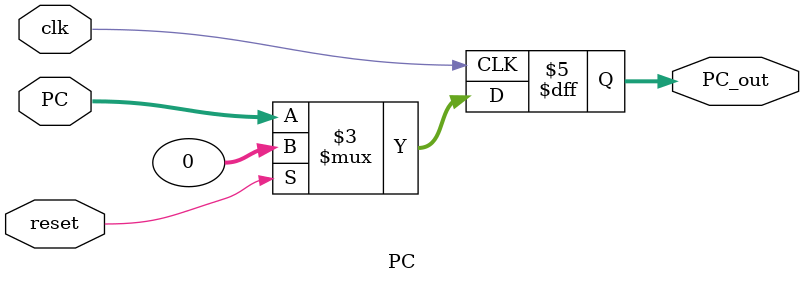
<source format=sv>
`timescale 1ns/1ns
module PC(input clk , reset,  input [31:0] PC , 	output reg [31:0] PC_out);

	always @(posedge clk) begin
	  
		if (reset)
			PC_out <=32'b0;
		else 
			PC_out <= PC;
	end
	
endmodule

</source>
